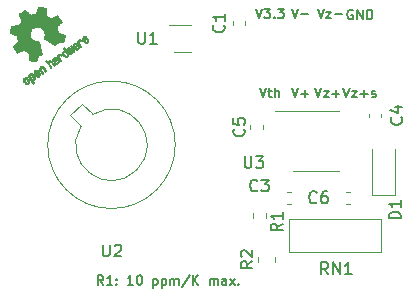
<source format=gbr>
G04 #@! TF.GenerationSoftware,KiCad,Pcbnew,(6.0.4)*
G04 #@! TF.CreationDate,2022-04-17T03:50:03+02:00*
G04 #@! TF.ProjectId,reference_board,72656665-7265-46e6-9365-5f626f617264,v3.4.0*
G04 #@! TF.SameCoordinates,Original*
G04 #@! TF.FileFunction,Legend,Top*
G04 #@! TF.FilePolarity,Positive*
%FSLAX46Y46*%
G04 Gerber Fmt 4.6, Leading zero omitted, Abs format (unit mm)*
G04 Created by KiCad (PCBNEW (6.0.4)) date 2022-04-17 03:50:03*
%MOMM*%
%LPD*%
G01*
G04 APERTURE LIST*
%ADD10C,0.150000*%
%ADD11C,0.120000*%
%ADD12C,0.010000*%
G04 APERTURE END LIST*
D10*
X126214285Y-57161904D02*
X126480952Y-57961904D01*
X126747619Y-57161904D01*
X126938095Y-57428571D02*
X127357142Y-57428571D01*
X126938095Y-57961904D01*
X127357142Y-57961904D01*
X127661904Y-57657142D02*
X128271428Y-57657142D01*
X127966666Y-57961904D02*
X127966666Y-57352380D01*
X129390476Y-50600000D02*
X129314285Y-50561904D01*
X129200000Y-50561904D01*
X129085714Y-50600000D01*
X129009523Y-50676190D01*
X128971428Y-50752380D01*
X128933333Y-50904761D01*
X128933333Y-51019047D01*
X128971428Y-51171428D01*
X129009523Y-51247619D01*
X129085714Y-51323809D01*
X129200000Y-51361904D01*
X129276190Y-51361904D01*
X129390476Y-51323809D01*
X129428571Y-51285714D01*
X129428571Y-51019047D01*
X129276190Y-51019047D01*
X129771428Y-51361904D02*
X129771428Y-50561904D01*
X130228571Y-51361904D01*
X130228571Y-50561904D01*
X130609523Y-51361904D02*
X130609523Y-50561904D01*
X130800000Y-50561904D01*
X130914285Y-50600000D01*
X130990476Y-50676190D01*
X131028571Y-50752380D01*
X131066666Y-50904761D01*
X131066666Y-51019047D01*
X131028571Y-51171428D01*
X130990476Y-51247619D01*
X130914285Y-51323809D01*
X130800000Y-51361904D01*
X130609523Y-51361904D01*
X121180952Y-50461904D02*
X121447619Y-51261904D01*
X121714285Y-50461904D01*
X121904761Y-50461904D02*
X122400000Y-50461904D01*
X122133333Y-50766666D01*
X122247619Y-50766666D01*
X122323809Y-50804761D01*
X122361904Y-50842857D01*
X122400000Y-50919047D01*
X122400000Y-51109523D01*
X122361904Y-51185714D01*
X122323809Y-51223809D01*
X122247619Y-51261904D01*
X122019047Y-51261904D01*
X121942857Y-51223809D01*
X121904761Y-51185714D01*
X122742857Y-51185714D02*
X122780952Y-51223809D01*
X122742857Y-51261904D01*
X122704761Y-51223809D01*
X122742857Y-51185714D01*
X122742857Y-51261904D01*
X123047619Y-50461904D02*
X123542857Y-50461904D01*
X123276190Y-50766666D01*
X123390476Y-50766666D01*
X123466666Y-50804761D01*
X123504761Y-50842857D01*
X123542857Y-50919047D01*
X123542857Y-51109523D01*
X123504761Y-51185714D01*
X123466666Y-51223809D01*
X123390476Y-51261904D01*
X123161904Y-51261904D01*
X123085714Y-51223809D01*
X123047619Y-51185714D01*
X128590476Y-57161904D02*
X128857142Y-57961904D01*
X129123809Y-57161904D01*
X129314285Y-57428571D02*
X129733333Y-57428571D01*
X129314285Y-57961904D01*
X129733333Y-57961904D01*
X130038095Y-57657142D02*
X130647619Y-57657142D01*
X130342857Y-57961904D02*
X130342857Y-57352380D01*
X130990476Y-57923809D02*
X131066666Y-57961904D01*
X131219047Y-57961904D01*
X131295238Y-57923809D01*
X131333333Y-57847619D01*
X131333333Y-57809523D01*
X131295238Y-57733333D01*
X131219047Y-57695238D01*
X131104761Y-57695238D01*
X131028571Y-57657142D01*
X130990476Y-57580952D01*
X130990476Y-57542857D01*
X131028571Y-57466666D01*
X131104761Y-57428571D01*
X131219047Y-57428571D01*
X131295238Y-57466666D01*
X124238095Y-57161904D02*
X124504761Y-57961904D01*
X124771428Y-57161904D01*
X125038095Y-57657142D02*
X125647619Y-57657142D01*
X125342857Y-57961904D02*
X125342857Y-57352380D01*
X121542857Y-57161904D02*
X121809523Y-57961904D01*
X122076190Y-57161904D01*
X122228571Y-57428571D02*
X122533333Y-57428571D01*
X122342857Y-57161904D02*
X122342857Y-57847619D01*
X122380952Y-57923809D01*
X122457142Y-57961904D01*
X122533333Y-57961904D01*
X122800000Y-57961904D02*
X122800000Y-57161904D01*
X123142857Y-57961904D02*
X123142857Y-57542857D01*
X123104761Y-57466666D01*
X123028571Y-57428571D01*
X122914285Y-57428571D01*
X122838095Y-57466666D01*
X122800000Y-57504761D01*
X108283452Y-73861904D02*
X108016785Y-73480952D01*
X107826309Y-73861904D02*
X107826309Y-73061904D01*
X108131071Y-73061904D01*
X108207261Y-73100000D01*
X108245357Y-73138095D01*
X108283452Y-73214285D01*
X108283452Y-73328571D01*
X108245357Y-73404761D01*
X108207261Y-73442857D01*
X108131071Y-73480952D01*
X107826309Y-73480952D01*
X109045357Y-73861904D02*
X108588214Y-73861904D01*
X108816785Y-73861904D02*
X108816785Y-73061904D01*
X108740595Y-73176190D01*
X108664404Y-73252380D01*
X108588214Y-73290476D01*
X109388214Y-73785714D02*
X109426309Y-73823809D01*
X109388214Y-73861904D01*
X109350119Y-73823809D01*
X109388214Y-73785714D01*
X109388214Y-73861904D01*
X109388214Y-73366666D02*
X109426309Y-73404761D01*
X109388214Y-73442857D01*
X109350119Y-73404761D01*
X109388214Y-73366666D01*
X109388214Y-73442857D01*
X110797738Y-73861904D02*
X110340595Y-73861904D01*
X110569166Y-73861904D02*
X110569166Y-73061904D01*
X110492976Y-73176190D01*
X110416785Y-73252380D01*
X110340595Y-73290476D01*
X111292976Y-73061904D02*
X111369166Y-73061904D01*
X111445357Y-73100000D01*
X111483452Y-73138095D01*
X111521547Y-73214285D01*
X111559642Y-73366666D01*
X111559642Y-73557142D01*
X111521547Y-73709523D01*
X111483452Y-73785714D01*
X111445357Y-73823809D01*
X111369166Y-73861904D01*
X111292976Y-73861904D01*
X111216785Y-73823809D01*
X111178690Y-73785714D01*
X111140595Y-73709523D01*
X111102500Y-73557142D01*
X111102500Y-73366666D01*
X111140595Y-73214285D01*
X111178690Y-73138095D01*
X111216785Y-73100000D01*
X111292976Y-73061904D01*
X112512023Y-73328571D02*
X112512023Y-74128571D01*
X112512023Y-73366666D02*
X112588214Y-73328571D01*
X112740595Y-73328571D01*
X112816785Y-73366666D01*
X112854880Y-73404761D01*
X112892976Y-73480952D01*
X112892976Y-73709523D01*
X112854880Y-73785714D01*
X112816785Y-73823809D01*
X112740595Y-73861904D01*
X112588214Y-73861904D01*
X112512023Y-73823809D01*
X113235833Y-73328571D02*
X113235833Y-74128571D01*
X113235833Y-73366666D02*
X113312023Y-73328571D01*
X113464404Y-73328571D01*
X113540595Y-73366666D01*
X113578690Y-73404761D01*
X113616785Y-73480952D01*
X113616785Y-73709523D01*
X113578690Y-73785714D01*
X113540595Y-73823809D01*
X113464404Y-73861904D01*
X113312023Y-73861904D01*
X113235833Y-73823809D01*
X113959642Y-73861904D02*
X113959642Y-73328571D01*
X113959642Y-73404761D02*
X113997738Y-73366666D01*
X114073928Y-73328571D01*
X114188214Y-73328571D01*
X114264404Y-73366666D01*
X114302500Y-73442857D01*
X114302500Y-73861904D01*
X114302500Y-73442857D02*
X114340595Y-73366666D01*
X114416785Y-73328571D01*
X114531071Y-73328571D01*
X114607261Y-73366666D01*
X114645357Y-73442857D01*
X114645357Y-73861904D01*
X115597738Y-73023809D02*
X114912023Y-74052380D01*
X115864404Y-73861904D02*
X115864404Y-73061904D01*
X116321547Y-73861904D02*
X115978690Y-73404761D01*
X116321547Y-73061904D02*
X115864404Y-73519047D01*
X117273928Y-73861904D02*
X117273928Y-73328571D01*
X117273928Y-73404761D02*
X117312023Y-73366666D01*
X117388214Y-73328571D01*
X117502500Y-73328571D01*
X117578690Y-73366666D01*
X117616785Y-73442857D01*
X117616785Y-73861904D01*
X117616785Y-73442857D02*
X117654880Y-73366666D01*
X117731071Y-73328571D01*
X117845357Y-73328571D01*
X117921547Y-73366666D01*
X117959642Y-73442857D01*
X117959642Y-73861904D01*
X118683452Y-73861904D02*
X118683452Y-73442857D01*
X118645357Y-73366666D01*
X118569166Y-73328571D01*
X118416785Y-73328571D01*
X118340595Y-73366666D01*
X118683452Y-73823809D02*
X118607261Y-73861904D01*
X118416785Y-73861904D01*
X118340595Y-73823809D01*
X118302500Y-73747619D01*
X118302500Y-73671428D01*
X118340595Y-73595238D01*
X118416785Y-73557142D01*
X118607261Y-73557142D01*
X118683452Y-73519047D01*
X118988214Y-73861904D02*
X119407261Y-73328571D01*
X118988214Y-73328571D02*
X119407261Y-73861904D01*
X119712023Y-73785714D02*
X119750119Y-73823809D01*
X119712023Y-73861904D01*
X119673928Y-73823809D01*
X119712023Y-73785714D01*
X119712023Y-73861904D01*
X126414285Y-50461904D02*
X126680952Y-51261904D01*
X126947619Y-50461904D01*
X127138095Y-50728571D02*
X127557142Y-50728571D01*
X127138095Y-51261904D01*
X127557142Y-51261904D01*
X127861904Y-50957142D02*
X128471428Y-50957142D01*
X124238095Y-50461904D02*
X124504761Y-51261904D01*
X124771428Y-50461904D01*
X125038095Y-50957142D02*
X125647619Y-50957142D01*
X120177142Y-60666666D02*
X120224761Y-60714285D01*
X120272380Y-60857142D01*
X120272380Y-60952380D01*
X120224761Y-61095238D01*
X120129523Y-61190476D01*
X120034285Y-61238095D01*
X119843809Y-61285714D01*
X119700952Y-61285714D01*
X119510476Y-61238095D01*
X119415238Y-61190476D01*
X119320000Y-61095238D01*
X119272380Y-60952380D01*
X119272380Y-60857142D01*
X119320000Y-60714285D01*
X119367619Y-60666666D01*
X119272380Y-59761904D02*
X119272380Y-60238095D01*
X119748571Y-60285714D01*
X119700952Y-60238095D01*
X119653333Y-60142857D01*
X119653333Y-59904761D01*
X119700952Y-59809523D01*
X119748571Y-59761904D01*
X119843809Y-59714285D01*
X120081904Y-59714285D01*
X120177142Y-59761904D01*
X120224761Y-59809523D01*
X120272380Y-59904761D01*
X120272380Y-60142857D01*
X120224761Y-60238095D01*
X120177142Y-60285714D01*
X126333333Y-66857142D02*
X126285714Y-66904761D01*
X126142857Y-66952380D01*
X126047619Y-66952380D01*
X125904761Y-66904761D01*
X125809523Y-66809523D01*
X125761904Y-66714285D01*
X125714285Y-66523809D01*
X125714285Y-66380952D01*
X125761904Y-66190476D01*
X125809523Y-66095238D01*
X125904761Y-66000000D01*
X126047619Y-65952380D01*
X126142857Y-65952380D01*
X126285714Y-66000000D01*
X126333333Y-66047619D01*
X127190476Y-65952380D02*
X127000000Y-65952380D01*
X126904761Y-66000000D01*
X126857142Y-66047619D01*
X126761904Y-66190476D01*
X126714285Y-66380952D01*
X126714285Y-66761904D01*
X126761904Y-66857142D01*
X126809523Y-66904761D01*
X126904761Y-66952380D01*
X127095238Y-66952380D01*
X127190476Y-66904761D01*
X127238095Y-66857142D01*
X127285714Y-66761904D01*
X127285714Y-66523809D01*
X127238095Y-66428571D01*
X127190476Y-66380952D01*
X127095238Y-66333333D01*
X126904761Y-66333333D01*
X126809523Y-66380952D01*
X126761904Y-66428571D01*
X126714285Y-66523809D01*
X111238095Y-52452380D02*
X111238095Y-53261904D01*
X111285714Y-53357142D01*
X111333333Y-53404761D01*
X111428571Y-53452380D01*
X111619047Y-53452380D01*
X111714285Y-53404761D01*
X111761904Y-53357142D01*
X111809523Y-53261904D01*
X111809523Y-52452380D01*
X112809523Y-53452380D02*
X112238095Y-53452380D01*
X112523809Y-53452380D02*
X112523809Y-52452380D01*
X112428571Y-52595238D01*
X112333333Y-52690476D01*
X112238095Y-52738095D01*
X127309523Y-72952380D02*
X126976190Y-72476190D01*
X126738095Y-72952380D02*
X126738095Y-71952380D01*
X127119047Y-71952380D01*
X127214285Y-72000000D01*
X127261904Y-72047619D01*
X127309523Y-72142857D01*
X127309523Y-72285714D01*
X127261904Y-72380952D01*
X127214285Y-72428571D01*
X127119047Y-72476190D01*
X126738095Y-72476190D01*
X127738095Y-72952380D02*
X127738095Y-71952380D01*
X128309523Y-72952380D01*
X128309523Y-71952380D01*
X129309523Y-72952380D02*
X128738095Y-72952380D01*
X129023809Y-72952380D02*
X129023809Y-71952380D01*
X128928571Y-72095238D01*
X128833333Y-72190476D01*
X128738095Y-72238095D01*
X118457142Y-51866666D02*
X118504761Y-51914285D01*
X118552380Y-52057142D01*
X118552380Y-52152380D01*
X118504761Y-52295238D01*
X118409523Y-52390476D01*
X118314285Y-52438095D01*
X118123809Y-52485714D01*
X117980952Y-52485714D01*
X117790476Y-52438095D01*
X117695238Y-52390476D01*
X117600000Y-52295238D01*
X117552380Y-52152380D01*
X117552380Y-52057142D01*
X117600000Y-51914285D01*
X117647619Y-51866666D01*
X118552380Y-50914285D02*
X118552380Y-51485714D01*
X118552380Y-51200000D02*
X117552380Y-51200000D01*
X117695238Y-51295238D01*
X117790476Y-51390476D01*
X117838095Y-51485714D01*
X133452380Y-68238095D02*
X132452380Y-68238095D01*
X132452380Y-68000000D01*
X132500000Y-67857142D01*
X132595238Y-67761904D01*
X132690476Y-67714285D01*
X132880952Y-67666666D01*
X133023809Y-67666666D01*
X133214285Y-67714285D01*
X133309523Y-67761904D01*
X133404761Y-67857142D01*
X133452380Y-68000000D01*
X133452380Y-68238095D01*
X133452380Y-66714285D02*
X133452380Y-67285714D01*
X133452380Y-67000000D02*
X132452380Y-67000000D01*
X132595238Y-67095238D01*
X132690476Y-67190476D01*
X132738095Y-67285714D01*
X133507142Y-59666666D02*
X133554761Y-59714285D01*
X133602380Y-59857142D01*
X133602380Y-59952380D01*
X133554761Y-60095238D01*
X133459523Y-60190476D01*
X133364285Y-60238095D01*
X133173809Y-60285714D01*
X133030952Y-60285714D01*
X132840476Y-60238095D01*
X132745238Y-60190476D01*
X132650000Y-60095238D01*
X132602380Y-59952380D01*
X132602380Y-59857142D01*
X132650000Y-59714285D01*
X132697619Y-59666666D01*
X132935714Y-58809523D02*
X133602380Y-58809523D01*
X132554761Y-59047619D02*
X133269047Y-59285714D01*
X133269047Y-58666666D01*
X108238095Y-70452380D02*
X108238095Y-71261904D01*
X108285714Y-71357142D01*
X108333333Y-71404761D01*
X108428571Y-71452380D01*
X108619047Y-71452380D01*
X108714285Y-71404761D01*
X108761904Y-71357142D01*
X108809523Y-71261904D01*
X108809523Y-70452380D01*
X109238095Y-70547619D02*
X109285714Y-70500000D01*
X109380952Y-70452380D01*
X109619047Y-70452380D01*
X109714285Y-70500000D01*
X109761904Y-70547619D01*
X109809523Y-70642857D01*
X109809523Y-70738095D01*
X109761904Y-70880952D01*
X109190476Y-71452380D01*
X109809523Y-71452380D01*
X123452380Y-68666666D02*
X122976190Y-69000000D01*
X123452380Y-69238095D02*
X122452380Y-69238095D01*
X122452380Y-68857142D01*
X122500000Y-68761904D01*
X122547619Y-68714285D01*
X122642857Y-68666666D01*
X122785714Y-68666666D01*
X122880952Y-68714285D01*
X122928571Y-68761904D01*
X122976190Y-68857142D01*
X122976190Y-69238095D01*
X123452380Y-67714285D02*
X123452380Y-68285714D01*
X123452380Y-68000000D02*
X122452380Y-68000000D01*
X122595238Y-68095238D01*
X122690476Y-68190476D01*
X122738095Y-68285714D01*
X121333333Y-65857142D02*
X121285714Y-65904761D01*
X121142857Y-65952380D01*
X121047619Y-65952380D01*
X120904761Y-65904761D01*
X120809523Y-65809523D01*
X120761904Y-65714285D01*
X120714285Y-65523809D01*
X120714285Y-65380952D01*
X120761904Y-65190476D01*
X120809523Y-65095238D01*
X120904761Y-65000000D01*
X121047619Y-64952380D01*
X121142857Y-64952380D01*
X121285714Y-65000000D01*
X121333333Y-65047619D01*
X121666666Y-64952380D02*
X122285714Y-64952380D01*
X121952380Y-65333333D01*
X122095238Y-65333333D01*
X122190476Y-65380952D01*
X122238095Y-65428571D01*
X122285714Y-65523809D01*
X122285714Y-65761904D01*
X122238095Y-65857142D01*
X122190476Y-65904761D01*
X122095238Y-65952380D01*
X121809523Y-65952380D01*
X121714285Y-65904761D01*
X121666666Y-65857142D01*
X120238095Y-62952380D02*
X120238095Y-63761904D01*
X120285714Y-63857142D01*
X120333333Y-63904761D01*
X120428571Y-63952380D01*
X120619047Y-63952380D01*
X120714285Y-63904761D01*
X120761904Y-63857142D01*
X120809523Y-63761904D01*
X120809523Y-62952380D01*
X121190476Y-62952380D02*
X121809523Y-62952380D01*
X121476190Y-63333333D01*
X121619047Y-63333333D01*
X121714285Y-63380952D01*
X121761904Y-63428571D01*
X121809523Y-63523809D01*
X121809523Y-63761904D01*
X121761904Y-63857142D01*
X121714285Y-63904761D01*
X121619047Y-63952380D01*
X121333333Y-63952380D01*
X121238095Y-63904761D01*
X121190476Y-63857142D01*
X120902380Y-71866666D02*
X120426190Y-72200000D01*
X120902380Y-72438095D02*
X119902380Y-72438095D01*
X119902380Y-72057142D01*
X119950000Y-71961904D01*
X119997619Y-71914285D01*
X120092857Y-71866666D01*
X120235714Y-71866666D01*
X120330952Y-71914285D01*
X120378571Y-71961904D01*
X120426190Y-72057142D01*
X120426190Y-72438095D01*
X119997619Y-71485714D02*
X119950000Y-71438095D01*
X119902380Y-71342857D01*
X119902380Y-71104761D01*
X119950000Y-71009523D01*
X119997619Y-70961904D01*
X120092857Y-70914285D01*
X120188095Y-70914285D01*
X120330952Y-70961904D01*
X120902380Y-71533333D01*
X120902380Y-70914285D01*
D11*
X121760000Y-60640580D02*
X121760000Y-60359420D01*
X120740000Y-60640580D02*
X120740000Y-60359420D01*
X129140580Y-65990000D02*
X128859420Y-65990000D01*
X129140580Y-67010000D02*
X128859420Y-67010000D01*
X115700000Y-51840000D02*
X113800000Y-51840000D01*
X114300000Y-54160000D02*
X115700000Y-54160000D01*
G36*
X103500611Y-54874464D02*
G01*
X103538122Y-54920620D01*
X103562176Y-54946454D01*
X103576468Y-54955062D01*
X103584695Y-54949539D01*
X103586282Y-54946206D01*
X103613725Y-54910901D01*
X103659697Y-54879650D01*
X103713758Y-54858335D01*
X103752765Y-54852420D01*
X103798510Y-54854571D01*
X103838387Y-54865333D01*
X103876378Y-54887884D01*
X103916472Y-54925403D01*
X103962650Y-54981065D01*
X104018900Y-55058049D01*
X104029416Y-55073009D01*
X104147253Y-55241257D01*
X104118950Y-55280527D01*
X104098574Y-55308027D01*
X104086879Y-55322379D01*
X104086476Y-55322717D01*
X104077189Y-55312512D01*
X104054313Y-55282444D01*
X104020788Y-55236514D01*
X103979554Y-55178724D01*
X103954719Y-55143424D01*
X103905742Y-55073830D01*
X103869906Y-55024465D01*
X103843859Y-54991670D01*
X103824242Y-54971792D01*
X103807703Y-54961172D01*
X103790886Y-54956152D01*
X103781513Y-54954627D01*
X103727916Y-54959564D01*
X103684992Y-54987178D01*
X103660041Y-55032214D01*
X103657707Y-55043800D01*
X103656218Y-55063556D01*
X103659516Y-55083443D01*
X103670044Y-55108166D01*
X103690245Y-55142429D01*
X103722561Y-55190935D01*
X103768405Y-55256913D01*
X103885686Y-55424408D01*
X103857383Y-55463678D01*
X103837007Y-55491178D01*
X103825312Y-55505530D01*
X103824909Y-55505868D01*
X103815844Y-55495257D01*
X103792379Y-55463853D01*
X103756699Y-55414688D01*
X103710985Y-55350794D01*
X103657420Y-55275205D01*
X103598188Y-55190953D01*
X103370383Y-54865613D01*
X103397610Y-54822257D01*
X103424839Y-54778901D01*
X103500611Y-54874464D01*
G37*
D12*
X103500611Y-54874464D02*
X103538122Y-54920620D01*
X103562176Y-54946454D01*
X103576468Y-54955062D01*
X103584695Y-54949539D01*
X103586282Y-54946206D01*
X103613725Y-54910901D01*
X103659697Y-54879650D01*
X103713758Y-54858335D01*
X103752765Y-54852420D01*
X103798510Y-54854571D01*
X103838387Y-54865333D01*
X103876378Y-54887884D01*
X103916472Y-54925403D01*
X103962650Y-54981065D01*
X104018900Y-55058049D01*
X104029416Y-55073009D01*
X104147253Y-55241257D01*
X104118950Y-55280527D01*
X104098574Y-55308027D01*
X104086879Y-55322379D01*
X104086476Y-55322717D01*
X104077189Y-55312512D01*
X104054313Y-55282444D01*
X104020788Y-55236514D01*
X103979554Y-55178724D01*
X103954719Y-55143424D01*
X103905742Y-55073830D01*
X103869906Y-55024465D01*
X103843859Y-54991670D01*
X103824242Y-54971792D01*
X103807703Y-54961172D01*
X103790886Y-54956152D01*
X103781513Y-54954627D01*
X103727916Y-54959564D01*
X103684992Y-54987178D01*
X103660041Y-55032214D01*
X103657707Y-55043800D01*
X103656218Y-55063556D01*
X103659516Y-55083443D01*
X103670044Y-55108166D01*
X103690245Y-55142429D01*
X103722561Y-55190935D01*
X103768405Y-55256913D01*
X103885686Y-55424408D01*
X103857383Y-55463678D01*
X103837007Y-55491178D01*
X103825312Y-55505530D01*
X103824909Y-55505868D01*
X103815844Y-55495257D01*
X103792379Y-55463853D01*
X103756699Y-55414688D01*
X103710985Y-55350794D01*
X103657420Y-55275205D01*
X103598188Y-55190953D01*
X103370383Y-54865613D01*
X103397610Y-54822257D01*
X103424839Y-54778901D01*
X103500611Y-54874464D01*
G36*
X103099491Y-55314249D02*
G01*
X103134963Y-55323615D01*
X103167982Y-55342323D01*
X103202488Y-55373681D01*
X103242425Y-55420996D01*
X103291732Y-55487575D01*
X103326088Y-55536197D01*
X103451785Y-55715710D01*
X103417117Y-55773743D01*
X103382447Y-55831776D01*
X103238829Y-55639320D01*
X103184956Y-55567610D01*
X103145058Y-55516115D01*
X103116092Y-55481541D01*
X103095008Y-55460590D01*
X103078760Y-55449966D01*
X103064302Y-55446371D01*
X103060337Y-55446179D01*
X103010490Y-55457892D01*
X102975429Y-55491618D01*
X102963432Y-55524365D01*
X102962003Y-55542617D01*
X102966041Y-55562429D01*
X102977973Y-55588396D01*
X103000226Y-55625111D01*
X103035231Y-55677169D01*
X103072560Y-55730828D01*
X103119566Y-55798026D01*
X103151711Y-55846382D01*
X103170315Y-55881147D01*
X103176704Y-55907577D01*
X103172198Y-55930928D01*
X103158121Y-55956451D01*
X103137134Y-55987425D01*
X103114186Y-56021214D01*
X102970145Y-55807579D01*
X102918376Y-55730455D01*
X102880766Y-55673008D01*
X102855072Y-55630964D01*
X102839055Y-55600046D01*
X102830474Y-55575980D01*
X102827086Y-55554491D01*
X102826627Y-55533759D01*
X102840537Y-55456766D01*
X102877795Y-55391787D01*
X102933816Y-55343245D01*
X103004014Y-55315564D01*
X103057623Y-55310918D01*
X103099491Y-55314249D01*
G37*
X103099491Y-55314249D02*
X103134963Y-55323615D01*
X103167982Y-55342323D01*
X103202488Y-55373681D01*
X103242425Y-55420996D01*
X103291732Y-55487575D01*
X103326088Y-55536197D01*
X103451785Y-55715710D01*
X103417117Y-55773743D01*
X103382447Y-55831776D01*
X103238829Y-55639320D01*
X103184956Y-55567610D01*
X103145058Y-55516115D01*
X103116092Y-55481541D01*
X103095008Y-55460590D01*
X103078760Y-55449966D01*
X103064302Y-55446371D01*
X103060337Y-55446179D01*
X103010490Y-55457892D01*
X102975429Y-55491618D01*
X102963432Y-55524365D01*
X102962003Y-55542617D01*
X102966041Y-55562429D01*
X102977973Y-55588396D01*
X103000226Y-55625111D01*
X103035231Y-55677169D01*
X103072560Y-55730828D01*
X103119566Y-55798026D01*
X103151711Y-55846382D01*
X103170315Y-55881147D01*
X103176704Y-55907577D01*
X103172198Y-55930928D01*
X103158121Y-55956451D01*
X103137134Y-55987425D01*
X103114186Y-56021214D01*
X102970145Y-55807579D01*
X102918376Y-55730455D01*
X102880766Y-55673008D01*
X102855072Y-55630964D01*
X102839055Y-55600046D01*
X102830474Y-55575980D01*
X102827086Y-55554491D01*
X102826627Y-55533759D01*
X102840537Y-55456766D01*
X102877795Y-55391787D01*
X102933816Y-55343245D01*
X103004014Y-55315564D01*
X103057623Y-55310918D01*
X103099491Y-55314249D01*
G36*
X104638824Y-54279918D02*
G01*
X104673312Y-54292749D01*
X104723850Y-54325218D01*
X104746516Y-54358413D01*
X104742439Y-54394266D01*
X104737830Y-54403104D01*
X104714769Y-54436747D01*
X104696688Y-54444925D01*
X104677473Y-54429001D01*
X104669573Y-54418305D01*
X104631616Y-54385182D01*
X104586173Y-54375237D01*
X104540807Y-54386832D01*
X104503083Y-54418323D01*
X104482866Y-54458840D01*
X104478918Y-54476640D01*
X104479683Y-54494346D01*
X104487367Y-54516541D01*
X104504173Y-54547809D01*
X104532309Y-54592734D01*
X104573979Y-54655897D01*
X104587272Y-54675826D01*
X104632645Y-54744077D01*
X104663878Y-54792604D01*
X104682997Y-54825792D01*
X104692034Y-54848026D01*
X104693014Y-54863691D01*
X104687967Y-54877170D01*
X104683809Y-54884476D01*
X104664442Y-54913061D01*
X104651216Y-54927282D01*
X104638294Y-54919768D01*
X104611632Y-54888368D01*
X104570941Y-54832707D01*
X104515933Y-54752406D01*
X104507576Y-54739931D01*
X104458440Y-54665934D01*
X104423372Y-54611334D01*
X104400037Y-54571576D01*
X104386098Y-54542111D01*
X104379216Y-54518385D01*
X104377056Y-54495847D01*
X104376995Y-54485584D01*
X104382984Y-54435791D01*
X104396981Y-54390522D01*
X104399280Y-54385816D01*
X104442774Y-54330917D01*
X104502423Y-54293193D01*
X104570386Y-54275305D01*
X104638824Y-54279918D01*
G37*
X104638824Y-54279918D02*
X104673312Y-54292749D01*
X104723850Y-54325218D01*
X104746516Y-54358413D01*
X104742439Y-54394266D01*
X104737830Y-54403104D01*
X104714769Y-54436747D01*
X104696688Y-54444925D01*
X104677473Y-54429001D01*
X104669573Y-54418305D01*
X104631616Y-54385182D01*
X104586173Y-54375237D01*
X104540807Y-54386832D01*
X104503083Y-54418323D01*
X104482866Y-54458840D01*
X104478918Y-54476640D01*
X104479683Y-54494346D01*
X104487367Y-54516541D01*
X104504173Y-54547809D01*
X104532309Y-54592734D01*
X104573979Y-54655897D01*
X104587272Y-54675826D01*
X104632645Y-54744077D01*
X104663878Y-54792604D01*
X104682997Y-54825792D01*
X104692034Y-54848026D01*
X104693014Y-54863691D01*
X104687967Y-54877170D01*
X104683809Y-54884476D01*
X104664442Y-54913061D01*
X104651216Y-54927282D01*
X104638294Y-54919768D01*
X104611632Y-54888368D01*
X104570941Y-54832707D01*
X104515933Y-54752406D01*
X104507576Y-54739931D01*
X104458440Y-54665934D01*
X104423372Y-54611334D01*
X104400037Y-54571576D01*
X104386098Y-54542111D01*
X104379216Y-54518385D01*
X104377056Y-54495847D01*
X104376995Y-54485584D01*
X104382984Y-54435791D01*
X104396981Y-54390522D01*
X104399280Y-54385816D01*
X104442774Y-54330917D01*
X104502423Y-54293193D01*
X104570386Y-54275305D01*
X104638824Y-54279918D01*
G36*
X102374399Y-55888796D02*
G01*
X102374337Y-55875476D01*
X102509715Y-55875476D01*
X102526402Y-55912419D01*
X102546242Y-55937598D01*
X102559707Y-55939571D01*
X102575912Y-55919693D01*
X102598301Y-55883852D01*
X102622041Y-55841952D01*
X102622612Y-55840883D01*
X102641682Y-55803866D01*
X102646378Y-55784786D01*
X102635612Y-55775769D01*
X102612811Y-55769981D01*
X102566014Y-55771268D01*
X102530460Y-55793851D01*
X102510307Y-55830872D01*
X102509715Y-55875476D01*
X102374337Y-55875476D01*
X102374120Y-55829284D01*
X102395901Y-55753697D01*
X102437056Y-55694947D01*
X102492532Y-55654196D01*
X102557275Y-55632597D01*
X102626230Y-55631308D01*
X102694346Y-55651489D01*
X102756567Y-55694292D01*
X102790814Y-55733885D01*
X102802781Y-55752034D01*
X102808162Y-55768578D01*
X102805270Y-55788799D01*
X102792420Y-55817984D01*
X102767923Y-55861414D01*
X102730094Y-55924374D01*
X102729901Y-55924692D01*
X102695533Y-55983292D01*
X102668453Y-56032919D01*
X102651350Y-56068390D01*
X102646914Y-56084520D01*
X102646960Y-56084593D01*
X102669589Y-56097109D01*
X102706033Y-56102852D01*
X102741591Y-56100474D01*
X102756347Y-56094616D01*
X102783601Y-56060060D01*
X102795124Y-56013243D01*
X102789613Y-55974498D01*
X102788811Y-55943653D01*
X102799341Y-55900512D01*
X102816956Y-55857279D01*
X102837410Y-55826154D01*
X102842904Y-55821383D01*
X102856715Y-55826906D01*
X102875364Y-55852683D01*
X102895063Y-55891254D01*
X102912026Y-55935156D01*
X102922465Y-55976926D01*
X102922722Y-55978651D01*
X102921874Y-56058278D01*
X102897906Y-56128817D01*
X102854399Y-56185667D01*
X102794932Y-56224222D01*
X102723087Y-56239882D01*
X102719472Y-56239977D01*
X102648023Y-56230969D01*
X102583091Y-56199409D01*
X102519598Y-56142586D01*
X102504094Y-56124987D01*
X102437207Y-56037508D01*
X102412310Y-55992307D01*
X102394492Y-55959955D01*
X102374399Y-55888796D01*
G37*
X102374399Y-55888796D02*
X102374337Y-55875476D01*
X102509715Y-55875476D01*
X102526402Y-55912419D01*
X102546242Y-55937598D01*
X102559707Y-55939571D01*
X102575912Y-55919693D01*
X102598301Y-55883852D01*
X102622041Y-55841952D01*
X102622612Y-55840883D01*
X102641682Y-55803866D01*
X102646378Y-55784786D01*
X102635612Y-55775769D01*
X102612811Y-55769981D01*
X102566014Y-55771268D01*
X102530460Y-55793851D01*
X102510307Y-55830872D01*
X102509715Y-55875476D01*
X102374337Y-55875476D01*
X102374120Y-55829284D01*
X102395901Y-55753697D01*
X102437056Y-55694947D01*
X102492532Y-55654196D01*
X102557275Y-55632597D01*
X102626230Y-55631308D01*
X102694346Y-55651489D01*
X102756567Y-55694292D01*
X102790814Y-55733885D01*
X102802781Y-55752034D01*
X102808162Y-55768578D01*
X102805270Y-55788799D01*
X102792420Y-55817984D01*
X102767923Y-55861414D01*
X102730094Y-55924374D01*
X102729901Y-55924692D01*
X102695533Y-55983292D01*
X102668453Y-56032919D01*
X102651350Y-56068390D01*
X102646914Y-56084520D01*
X102646960Y-56084593D01*
X102669589Y-56097109D01*
X102706033Y-56102852D01*
X102741591Y-56100474D01*
X102756347Y-56094616D01*
X102783601Y-56060060D01*
X102795124Y-56013243D01*
X102789613Y-55974498D01*
X102788811Y-55943653D01*
X102799341Y-55900512D01*
X102816956Y-55857279D01*
X102837410Y-55826154D01*
X102842904Y-55821383D01*
X102856715Y-55826906D01*
X102875364Y-55852683D01*
X102895063Y-55891254D01*
X102912026Y-55935156D01*
X102922465Y-55976926D01*
X102922722Y-55978651D01*
X102921874Y-56058278D01*
X102897906Y-56128817D01*
X102854399Y-56185667D01*
X102794932Y-56224222D01*
X102723087Y-56239882D01*
X102719472Y-56239977D01*
X102648023Y-56230969D01*
X102583091Y-56199409D01*
X102519598Y-56142586D01*
X102504094Y-56124987D01*
X102437207Y-56037508D01*
X102412310Y-55992307D01*
X102394492Y-55959955D01*
X102374399Y-55888796D01*
G36*
X101486376Y-56598428D02*
G01*
X101469679Y-56565914D01*
X101461475Y-56539125D01*
X101458840Y-56512188D01*
X101458732Y-56506912D01*
X101461594Y-56473395D01*
X101601351Y-56473395D01*
X101610572Y-56512543D01*
X101638562Y-56565101D01*
X101672963Y-56616752D01*
X101711647Y-56670527D01*
X101739582Y-56704628D01*
X101761591Y-56723878D01*
X101782495Y-56733102D01*
X101791190Y-56734988D01*
X101833876Y-56735402D01*
X101860846Y-56715136D01*
X101876422Y-56677943D01*
X101879894Y-56647450D01*
X101870514Y-56613060D01*
X101845707Y-56565840D01*
X101842548Y-56560520D01*
X101788495Y-56481313D01*
X101737766Y-56429898D01*
X101690746Y-56406538D01*
X101647818Y-56411498D01*
X101636061Y-56418362D01*
X101610110Y-56443416D01*
X101601351Y-56473395D01*
X101461594Y-56473395D01*
X101465282Y-56430192D01*
X101489674Y-56371237D01*
X101535513Y-56322518D01*
X101553349Y-56309216D01*
X101628615Y-56271526D01*
X101704860Y-56261807D01*
X101779006Y-56280167D01*
X101814843Y-56300256D01*
X101858085Y-56337816D01*
X101904177Y-56391257D01*
X101948682Y-56453644D01*
X101987166Y-56518041D01*
X102015189Y-56577514D01*
X102028316Y-56625126D01*
X102028745Y-56634609D01*
X102013685Y-56718181D01*
X101975595Y-56788589D01*
X101917980Y-56841732D01*
X101844343Y-56873504D01*
X101820863Y-56878081D01*
X101768816Y-56877964D01*
X101715437Y-56866864D01*
X101709656Y-56864764D01*
X101683978Y-56853112D01*
X101661324Y-56837300D01*
X101637143Y-56812535D01*
X101606878Y-56774027D01*
X101565978Y-56716987D01*
X101556942Y-56704105D01*
X101554099Y-56699982D01*
X101514488Y-56642534D01*
X101486376Y-56598428D01*
G37*
X101486376Y-56598428D02*
X101469679Y-56565914D01*
X101461475Y-56539125D01*
X101458840Y-56512188D01*
X101458732Y-56506912D01*
X101461594Y-56473395D01*
X101601351Y-56473395D01*
X101610572Y-56512543D01*
X101638562Y-56565101D01*
X101672963Y-56616752D01*
X101711647Y-56670527D01*
X101739582Y-56704628D01*
X101761591Y-56723878D01*
X101782495Y-56733102D01*
X101791190Y-56734988D01*
X101833876Y-56735402D01*
X101860846Y-56715136D01*
X101876422Y-56677943D01*
X101879894Y-56647450D01*
X101870514Y-56613060D01*
X101845707Y-56565840D01*
X101842548Y-56560520D01*
X101788495Y-56481313D01*
X101737766Y-56429898D01*
X101690746Y-56406538D01*
X101647818Y-56411498D01*
X101636061Y-56418362D01*
X101610110Y-56443416D01*
X101601351Y-56473395D01*
X101461594Y-56473395D01*
X101465282Y-56430192D01*
X101489674Y-56371237D01*
X101535513Y-56322518D01*
X101553349Y-56309216D01*
X101628615Y-56271526D01*
X101704860Y-56261807D01*
X101779006Y-56280167D01*
X101814843Y-56300256D01*
X101858085Y-56337816D01*
X101904177Y-56391257D01*
X101948682Y-56453644D01*
X101987166Y-56518041D01*
X102015189Y-56577514D01*
X102028316Y-56625126D01*
X102028745Y-56634609D01*
X102013685Y-56718181D01*
X101975595Y-56788589D01*
X101917980Y-56841732D01*
X101844343Y-56873504D01*
X101820863Y-56878081D01*
X101768816Y-56877964D01*
X101715437Y-56866864D01*
X101709656Y-56864764D01*
X101683978Y-56853112D01*
X101661324Y-56837300D01*
X101637143Y-56812535D01*
X101606878Y-56774027D01*
X101565978Y-56716987D01*
X101556942Y-56704105D01*
X101554099Y-56699982D01*
X101514488Y-56642534D01*
X101486376Y-56598428D01*
G36*
X106501352Y-53071308D02*
G01*
X106484637Y-53023574D01*
X106482614Y-52987553D01*
X106590457Y-52987553D01*
X106595395Y-53044240D01*
X106610349Y-53081508D01*
X106630317Y-53116344D01*
X106645420Y-53136141D01*
X106649831Y-53138026D01*
X106660351Y-53123903D01*
X106681418Y-53091269D01*
X106708859Y-53046630D01*
X106714528Y-53037196D01*
X106746581Y-52977031D01*
X106758430Y-52935581D01*
X106749867Y-52910524D01*
X106720687Y-52899535D01*
X106702258Y-52898556D01*
X106646251Y-52910006D01*
X106608196Y-52941240D01*
X106590457Y-52987553D01*
X106482614Y-52987553D01*
X106482272Y-52981470D01*
X106492623Y-52939630D01*
X106498969Y-52924007D01*
X106537978Y-52867579D01*
X106594802Y-52825958D01*
X106661479Y-52802416D01*
X106730047Y-52800222D01*
X106772007Y-52811858D01*
X106824952Y-52849214D01*
X106854051Y-52887733D01*
X106887817Y-52942839D01*
X106803301Y-53081513D01*
X106763128Y-53150255D01*
X106739761Y-53199287D01*
X106732924Y-53232372D01*
X106742345Y-53253271D01*
X106767746Y-53265745D01*
X106789502Y-53270570D01*
X106840496Y-53267030D01*
X106880582Y-53241215D01*
X106904646Y-53199296D01*
X106907579Y-53147443D01*
X106904026Y-53132345D01*
X106900778Y-53079696D01*
X106915732Y-53045817D01*
X106941921Y-53007455D01*
X106977590Y-53058396D01*
X106998715Y-53095264D01*
X107006856Y-53133128D01*
X107004519Y-53184784D01*
X107003733Y-53191834D01*
X106995901Y-53241819D01*
X106982417Y-53275143D01*
X106956671Y-53304157D01*
X106932738Y-53324513D01*
X106887328Y-53357207D01*
X106849364Y-53372430D01*
X106821087Y-53375366D01*
X106771673Y-53372880D01*
X106730686Y-53361472D01*
X106692973Y-53337438D01*
X106653382Y-53297074D01*
X106606762Y-53236675D01*
X106584342Y-53205150D01*
X106558531Y-53166610D01*
X106534043Y-53130045D01*
X106501352Y-53071308D01*
G37*
X106501352Y-53071308D02*
X106484637Y-53023574D01*
X106482614Y-52987553D01*
X106590457Y-52987553D01*
X106595395Y-53044240D01*
X106610349Y-53081508D01*
X106630317Y-53116344D01*
X106645420Y-53136141D01*
X106649831Y-53138026D01*
X106660351Y-53123903D01*
X106681418Y-53091269D01*
X106708859Y-53046630D01*
X106714528Y-53037196D01*
X106746581Y-52977031D01*
X106758430Y-52935581D01*
X106749867Y-52910524D01*
X106720687Y-52899535D01*
X106702258Y-52898556D01*
X106646251Y-52910006D01*
X106608196Y-52941240D01*
X106590457Y-52987553D01*
X106482614Y-52987553D01*
X106482272Y-52981470D01*
X106492623Y-52939630D01*
X106498969Y-52924007D01*
X106537978Y-52867579D01*
X106594802Y-52825958D01*
X106661479Y-52802416D01*
X106730047Y-52800222D01*
X106772007Y-52811858D01*
X106824952Y-52849214D01*
X106854051Y-52887733D01*
X106887817Y-52942839D01*
X106803301Y-53081513D01*
X106763128Y-53150255D01*
X106739761Y-53199287D01*
X106732924Y-53232372D01*
X106742345Y-53253271D01*
X106767746Y-53265745D01*
X106789502Y-53270570D01*
X106840496Y-53267030D01*
X106880582Y-53241215D01*
X106904646Y-53199296D01*
X106907579Y-53147443D01*
X106904026Y-53132345D01*
X106900778Y-53079696D01*
X106915732Y-53045817D01*
X106941921Y-53007455D01*
X106977590Y-53058396D01*
X106998715Y-53095264D01*
X107006856Y-53133128D01*
X107004519Y-53184784D01*
X107003733Y-53191834D01*
X106995901Y-53241819D01*
X106982417Y-53275143D01*
X106956671Y-53304157D01*
X106932738Y-53324513D01*
X106887328Y-53357207D01*
X106849364Y-53372430D01*
X106821087Y-53375366D01*
X106771673Y-53372880D01*
X106730686Y-53361472D01*
X106692973Y-53337438D01*
X106653382Y-53297074D01*
X106606762Y-53236675D01*
X106584342Y-53205150D01*
X106558531Y-53166610D01*
X106534043Y-53130045D01*
X106501352Y-53071308D01*
G36*
X105531397Y-53583573D02*
G01*
X105555114Y-53613583D01*
X105589824Y-53660128D01*
X105632778Y-53719527D01*
X105677165Y-53782294D01*
X105826375Y-53995389D01*
X105815096Y-54059358D01*
X105805402Y-54100696D01*
X105789217Y-54126024D01*
X105757694Y-54147212D01*
X105744286Y-54154345D01*
X105702611Y-54176967D01*
X105668922Y-54196798D01*
X105660978Y-54202013D01*
X105635813Y-54221905D01*
X105600973Y-54252000D01*
X105587692Y-54263994D01*
X105553921Y-54291808D01*
X105525657Y-54302547D01*
X105488718Y-54300465D01*
X105474215Y-54298045D01*
X105410246Y-54286766D01*
X105131147Y-53888171D01*
X105151769Y-53853169D01*
X105170689Y-53824691D01*
X105183440Y-53810430D01*
X105195269Y-53818999D01*
X105221046Y-53848032D01*
X105258085Y-53894209D01*
X105303693Y-53954206D01*
X105341350Y-54005508D01*
X105488209Y-54208323D01*
X105519399Y-54192464D01*
X105543245Y-54171586D01*
X105549532Y-54153645D01*
X105541174Y-54134187D01*
X105518862Y-54095897D01*
X105485563Y-54043527D01*
X105444246Y-53981830D01*
X105422516Y-53950408D01*
X105296556Y-53770131D01*
X105324859Y-53730861D01*
X105345146Y-53703430D01*
X105356662Y-53689197D01*
X105357051Y-53688866D01*
X105366374Y-53699104D01*
X105389807Y-53729186D01*
X105424532Y-53775373D01*
X105467733Y-53833929D01*
X105507801Y-53888958D01*
X105654661Y-54091772D01*
X105725998Y-54041821D01*
X105598256Y-53852421D01*
X105470515Y-53663020D01*
X105492699Y-53620685D01*
X105509729Y-53590358D01*
X105521002Y-53574112D01*
X105521419Y-53573775D01*
X105531397Y-53583573D01*
G37*
X105531397Y-53583573D02*
X105555114Y-53613583D01*
X105589824Y-53660128D01*
X105632778Y-53719527D01*
X105677165Y-53782294D01*
X105826375Y-53995389D01*
X105815096Y-54059358D01*
X105805402Y-54100696D01*
X105789217Y-54126024D01*
X105757694Y-54147212D01*
X105744286Y-54154345D01*
X105702611Y-54176967D01*
X105668922Y-54196798D01*
X105660978Y-54202013D01*
X105635813Y-54221905D01*
X105600973Y-54252000D01*
X105587692Y-54263994D01*
X105553921Y-54291808D01*
X105525657Y-54302547D01*
X105488718Y-54300465D01*
X105474215Y-54298045D01*
X105410246Y-54286766D01*
X105131147Y-53888171D01*
X105151769Y-53853169D01*
X105170689Y-53824691D01*
X105183440Y-53810430D01*
X105195269Y-53818999D01*
X105221046Y-53848032D01*
X105258085Y-53894209D01*
X105303693Y-53954206D01*
X105341350Y-54005508D01*
X105488209Y-54208323D01*
X105519399Y-54192464D01*
X105543245Y-54171586D01*
X105549532Y-54153645D01*
X105541174Y-54134187D01*
X105518862Y-54095897D01*
X105485563Y-54043527D01*
X105444246Y-53981830D01*
X105422516Y-53950408D01*
X105296556Y-53770131D01*
X105324859Y-53730861D01*
X105345146Y-53703430D01*
X105356662Y-53689197D01*
X105357051Y-53688866D01*
X105366374Y-53699104D01*
X105389807Y-53729186D01*
X105424532Y-53775373D01*
X105467733Y-53833929D01*
X105507801Y-53888958D01*
X105654661Y-54091772D01*
X105725998Y-54041821D01*
X105598256Y-53852421D01*
X105470515Y-53663020D01*
X105492699Y-53620685D01*
X105509729Y-53590358D01*
X105521002Y-53574112D01*
X105521419Y-53573775D01*
X105531397Y-53583573D01*
G36*
X105914305Y-53363940D02*
G01*
X105948765Y-53371252D01*
X105981415Y-53388951D01*
X106016064Y-53420163D01*
X106056524Y-53468018D01*
X106106605Y-53535643D01*
X106138571Y-53580884D01*
X106262523Y-53757906D01*
X106241901Y-53792909D01*
X106225111Y-53819695D01*
X106215894Y-53831682D01*
X106205897Y-53822215D01*
X106183241Y-53793677D01*
X106151680Y-53750939D01*
X106127259Y-53716559D01*
X106091312Y-53667354D01*
X106060889Y-53629654D01*
X106039968Y-53608172D01*
X106033228Y-53605214D01*
X106015849Y-53625224D01*
X105992233Y-53661870D01*
X105966756Y-53706972D01*
X105943795Y-53752347D01*
X105927726Y-53789812D01*
X105922927Y-53811186D01*
X105922966Y-53811353D01*
X105939769Y-53832924D01*
X105964950Y-53847114D01*
X105995054Y-53851882D01*
X106025329Y-53839329D01*
X106047259Y-53822966D01*
X106078640Y-53800252D01*
X106100499Y-53796023D01*
X106124254Y-53808659D01*
X106128109Y-53811479D01*
X106152058Y-53836452D01*
X106152370Y-53861579D01*
X106127819Y-53890848D01*
X106096218Y-53915209D01*
X106029683Y-53945238D01*
X105988156Y-53950666D01*
X105924490Y-53939689D01*
X105872527Y-53907879D01*
X105836883Y-53860779D01*
X105822172Y-53803932D01*
X105827731Y-53757964D01*
X105841951Y-53724450D01*
X105867685Y-53676607D01*
X105899792Y-53623881D01*
X105905341Y-53615374D01*
X105940498Y-53557298D01*
X105955970Y-53516974D01*
X105951628Y-53490698D01*
X105927339Y-53474764D01*
X105900115Y-53468078D01*
X105849466Y-53471837D01*
X105809011Y-53497786D01*
X105784414Y-53539440D01*
X105781343Y-53590317D01*
X105783842Y-53601138D01*
X105785725Y-53646057D01*
X105772886Y-53689373D01*
X105749569Y-53733869D01*
X105712039Y-53680270D01*
X105691259Y-53646015D01*
X105682411Y-53613745D01*
X105683581Y-53571884D01*
X105688364Y-53536925D01*
X105697864Y-53485511D01*
X105710289Y-53452766D01*
X105731237Y-53428453D01*
X105759328Y-53407189D01*
X105829087Y-53372285D01*
X105874224Y-53363886D01*
X105914305Y-53363940D01*
G37*
X105914305Y-53363940D02*
X105948765Y-53371252D01*
X105981415Y-53388951D01*
X106016064Y-53420163D01*
X106056524Y-53468018D01*
X106106605Y-53535643D01*
X106138571Y-53580884D01*
X106262523Y-53757906D01*
X106241901Y-53792909D01*
X106225111Y-53819695D01*
X106215894Y-53831682D01*
X106205897Y-53822215D01*
X106183241Y-53793677D01*
X106151680Y-53750939D01*
X106127259Y-53716559D01*
X106091312Y-53667354D01*
X106060889Y-53629654D01*
X106039968Y-53608172D01*
X106033228Y-53605214D01*
X106015849Y-53625224D01*
X105992233Y-53661870D01*
X105966756Y-53706972D01*
X105943795Y-53752347D01*
X105927726Y-53789812D01*
X105922927Y-53811186D01*
X105922966Y-53811353D01*
X105939769Y-53832924D01*
X105964950Y-53847114D01*
X105995054Y-53851882D01*
X106025329Y-53839329D01*
X106047259Y-53822966D01*
X106078640Y-53800252D01*
X106100499Y-53796023D01*
X106124254Y-53808659D01*
X106128109Y-53811479D01*
X106152058Y-53836452D01*
X106152370Y-53861579D01*
X106127819Y-53890848D01*
X106096218Y-53915209D01*
X106029683Y-53945238D01*
X105988156Y-53950666D01*
X105924490Y-53939689D01*
X105872527Y-53907879D01*
X105836883Y-53860779D01*
X105822172Y-53803932D01*
X105827731Y-53757964D01*
X105841951Y-53724450D01*
X105867685Y-53676607D01*
X105899792Y-53623881D01*
X105905341Y-53615374D01*
X105940498Y-53557298D01*
X105955970Y-53516974D01*
X105951628Y-53490698D01*
X105927339Y-53474764D01*
X105900115Y-53468078D01*
X105849466Y-53471837D01*
X105809011Y-53497786D01*
X105784414Y-53539440D01*
X105781343Y-53590317D01*
X105783842Y-53601138D01*
X105785725Y-53646057D01*
X105772886Y-53689373D01*
X105749569Y-53733869D01*
X105712039Y-53680270D01*
X105691259Y-53646015D01*
X105682411Y-53613745D01*
X105683581Y-53571884D01*
X105688364Y-53536925D01*
X105697864Y-53485511D01*
X105710289Y-53452766D01*
X105731237Y-53428453D01*
X105759328Y-53407189D01*
X105829087Y-53372285D01*
X105874224Y-53363886D01*
X105914305Y-53363940D01*
G36*
X106317666Y-53082420D02*
G01*
X106373869Y-53100953D01*
X106420833Y-53129845D01*
X106438062Y-53148236D01*
X106448251Y-53183620D01*
X106437350Y-53213752D01*
X106420730Y-53239012D01*
X106411368Y-53248077D01*
X106397675Y-53239447D01*
X106368914Y-53219943D01*
X106356051Y-53211037D01*
X106302004Y-53186917D01*
X106251383Y-53191456D01*
X106205540Y-53224507D01*
X106202683Y-53227724D01*
X106186174Y-53256746D01*
X106184001Y-53292310D01*
X106197341Y-53337774D01*
X106227377Y-53396494D01*
X106275286Y-53471827D01*
X106302202Y-53510915D01*
X106344960Y-53572301D01*
X106373222Y-53614769D01*
X106389175Y-53643154D01*
X106395008Y-53662294D01*
X106392908Y-53677024D01*
X106385062Y-53692181D01*
X106384575Y-53693008D01*
X106367784Y-53719794D01*
X106358568Y-53731781D01*
X106348891Y-53721826D01*
X106325608Y-53691881D01*
X106291612Y-53645845D01*
X106249798Y-53587608D01*
X106219569Y-53544731D01*
X106162047Y-53461077D01*
X106120640Y-53396053D01*
X106093734Y-53345297D01*
X106079718Y-53304453D01*
X106076980Y-53269157D01*
X106083909Y-53235053D01*
X106094729Y-53207059D01*
X106131049Y-53154455D01*
X106185297Y-53110341D01*
X106246377Y-53083047D01*
X106264936Y-53079307D01*
X106317666Y-53082420D01*
G37*
X106317666Y-53082420D02*
X106373869Y-53100953D01*
X106420833Y-53129845D01*
X106438062Y-53148236D01*
X106448251Y-53183620D01*
X106437350Y-53213752D01*
X106420730Y-53239012D01*
X106411368Y-53248077D01*
X106397675Y-53239447D01*
X106368914Y-53219943D01*
X106356051Y-53211037D01*
X106302004Y-53186917D01*
X106251383Y-53191456D01*
X106205540Y-53224507D01*
X106202683Y-53227724D01*
X106186174Y-53256746D01*
X106184001Y-53292310D01*
X106197341Y-53337774D01*
X106227377Y-53396494D01*
X106275286Y-53471827D01*
X106302202Y-53510915D01*
X106344960Y-53572301D01*
X106373222Y-53614769D01*
X106389175Y-53643154D01*
X106395008Y-53662294D01*
X106392908Y-53677024D01*
X106385062Y-53692181D01*
X106384575Y-53693008D01*
X106367784Y-53719794D01*
X106358568Y-53731781D01*
X106348891Y-53721826D01*
X106325608Y-53691881D01*
X106291612Y-53645845D01*
X106249798Y-53587608D01*
X106219569Y-53544731D01*
X106162047Y-53461077D01*
X106120640Y-53396053D01*
X106093734Y-53345297D01*
X106079718Y-53304453D01*
X106076980Y-53269157D01*
X106083909Y-53235053D01*
X106094729Y-53207059D01*
X106131049Y-53154455D01*
X106185297Y-53110341D01*
X106246377Y-53083047D01*
X106264936Y-53079307D01*
X106317666Y-53082420D01*
G36*
X102881766Y-50319893D02*
G01*
X102969562Y-50332223D01*
X103060682Y-50346942D01*
X103149314Y-50362260D01*
X103229275Y-50376879D01*
X103295703Y-50389847D01*
X103343729Y-50400209D01*
X103368491Y-50407011D01*
X103369573Y-50407495D01*
X103378840Y-50417573D01*
X103385963Y-50439639D01*
X103391276Y-50477114D01*
X103395116Y-50533415D01*
X103397820Y-50611961D01*
X103399694Y-50714201D01*
X103401001Y-50804429D01*
X103402298Y-50885268D01*
X103403497Y-50952030D01*
X103404515Y-51000031D01*
X103405266Y-51024582D01*
X103405371Y-51026210D01*
X103418006Y-51041390D01*
X103450158Y-51065578D01*
X103495646Y-51094272D01*
X103510804Y-51102994D01*
X103577778Y-51142239D01*
X103651973Y-51188026D01*
X103714674Y-51228692D01*
X103760715Y-51259222D01*
X103796272Y-51282025D01*
X103815581Y-51293435D01*
X103817428Y-51294062D01*
X103832894Y-51286416D01*
X103869922Y-51269207D01*
X103923550Y-51244670D01*
X103988818Y-51215036D01*
X104060763Y-51182542D01*
X104134422Y-51149418D01*
X104204837Y-51117899D01*
X104267042Y-51090217D01*
X104316078Y-51068606D01*
X104346982Y-51055298D01*
X104354708Y-51052244D01*
X104364279Y-51051357D01*
X104375610Y-51056554D01*
X104391017Y-51070645D01*
X104412816Y-51096443D01*
X104443320Y-51136759D01*
X104484844Y-51194403D01*
X104539703Y-51272189D01*
X104562095Y-51304139D01*
X104744095Y-51564062D01*
X104690302Y-51620088D01*
X104660253Y-51651086D01*
X104615259Y-51697123D01*
X104560799Y-51752612D01*
X104502353Y-51811963D01*
X104486182Y-51828346D01*
X104432690Y-51883745D01*
X104387035Y-51933355D01*
X104352979Y-51972913D01*
X104334280Y-51998149D01*
X104331916Y-52003424D01*
X104333977Y-52027612D01*
X104342999Y-52070961D01*
X104357157Y-52124961D01*
X104360477Y-52136404D01*
X104379781Y-52208247D01*
X104399212Y-52290955D01*
X104414580Y-52366684D01*
X104414644Y-52367040D01*
X104436310Y-52487544D01*
X104717253Y-52594213D01*
X104998196Y-52700880D01*
X104945133Y-53003292D01*
X104928480Y-53093897D01*
X104912160Y-53174918D01*
X104897176Y-53241932D01*
X104884538Y-53290518D01*
X104875251Y-53316259D01*
X104873196Y-53318919D01*
X104853247Y-53323275D01*
X104809198Y-53327395D01*
X104745980Y-53330995D01*
X104668523Y-53333792D01*
X104583841Y-53335481D01*
X104497758Y-53336998D01*
X104421599Y-53339197D01*
X104360151Y-53341868D01*
X104318204Y-53344806D01*
X104300591Y-53347769D01*
X104288196Y-53364376D01*
X104267446Y-53399796D01*
X104242605Y-53446704D01*
X104240043Y-53451778D01*
X104206221Y-53514420D01*
X104179454Y-53552270D01*
X104157319Y-53567972D01*
X104137391Y-53564174D01*
X104137207Y-53564054D01*
X104121538Y-53554003D01*
X104084277Y-53530188D01*
X104028311Y-53494452D01*
X103956525Y-53448634D01*
X103871806Y-53394580D01*
X103777039Y-53334129D01*
X103685277Y-53275607D01*
X103584168Y-53210916D01*
X103490811Y-53150774D01*
X103408045Y-53097041D01*
X103338706Y-53051576D01*
X103285635Y-53016239D01*
X103251670Y-52992893D01*
X103239763Y-52983640D01*
X103239418Y-52963704D01*
X103248206Y-52925393D01*
X103263415Y-52879289D01*
X103301483Y-52740508D01*
X103312031Y-52604599D01*
X103295481Y-52473976D01*
X103252254Y-52351049D01*
X103182771Y-52238230D01*
X103143114Y-52191471D01*
X103045180Y-52105419D01*
X102937479Y-52044283D01*
X102823346Y-52007079D01*
X102706114Y-51992816D01*
X102589115Y-52000509D01*
X102475686Y-52029170D01*
X102369156Y-52077810D01*
X102272863Y-52145444D01*
X102190138Y-52231083D01*
X102124314Y-52333740D01*
X102078726Y-52452428D01*
X102065739Y-52510594D01*
X102055815Y-52643549D01*
X102072382Y-52769647D01*
X102113230Y-52886421D01*
X102176154Y-52991400D01*
X102258947Y-53082115D01*
X102359404Y-53156098D01*
X102475317Y-53210879D01*
X102604482Y-53243990D01*
X102729375Y-53253228D01*
X102779840Y-53254851D01*
X102818169Y-53259823D01*
X102835537Y-53266713D01*
X102840891Y-53283739D01*
X102851676Y-53325820D01*
X102867116Y-53389649D01*
X102886434Y-53471926D01*
X102908854Y-53569345D01*
X102933598Y-53678604D01*
X102957426Y-53785283D01*
X102983481Y-53902645D01*
X103007639Y-54011388D01*
X103029158Y-54108172D01*
X103047295Y-54189657D01*
X103061305Y-54252501D01*
X103070444Y-54293362D01*
X103073894Y-54308594D01*
X103070880Y-54328631D01*
X103048732Y-54344087D01*
X103004162Y-54356321D01*
X102933878Y-54366695D01*
X102933312Y-54366761D01*
X102879972Y-54373969D01*
X102837985Y-54381413D01*
X102815696Y-54387591D01*
X102814867Y-54388084D01*
X102805917Y-54403916D01*
X102788732Y-54442546D01*
X102765147Y-54499545D01*
X102736996Y-54570484D01*
X102706443Y-54650050D01*
X102675184Y-54730838D01*
X102646136Y-54802401D01*
X102621251Y-54860204D01*
X102602477Y-54899711D01*
X102591913Y-54916291D01*
X102572542Y-54917786D01*
X102529147Y-54914440D01*
X102466228Y-54906820D01*
X102388280Y-54895490D01*
X102299803Y-54881014D01*
X102270614Y-54875919D01*
X101968187Y-54822333D01*
X101964449Y-54529031D01*
X101962871Y-54439263D01*
X101960639Y-54359267D01*
X101957949Y-54293633D01*
X101954995Y-54246949D01*
X101951975Y-54223802D01*
X101951389Y-54222414D01*
X101935536Y-54209703D01*
X101900485Y-54186348D01*
X101852176Y-54156215D01*
X101819243Y-54136457D01*
X101756763Y-54098226D01*
X101695284Y-54058452D01*
X101644910Y-54023745D01*
X101630142Y-54012769D01*
X101589891Y-53984023D01*
X101556026Y-53963748D01*
X101540965Y-53957669D01*
X101520186Y-53962043D01*
X101478492Y-53976814D01*
X101421184Y-53999905D01*
X101353556Y-54029240D01*
X101323600Y-54042810D01*
X101247715Y-54077533D01*
X101174849Y-54110726D01*
X101112126Y-54139155D01*
X101066673Y-54159582D01*
X101058089Y-54163392D01*
X100987043Y-54194778D01*
X100805043Y-53934855D01*
X100745337Y-53849289D01*
X100700634Y-53784221D01*
X100669083Y-53736516D01*
X100648833Y-53703037D01*
X100638035Y-53680647D01*
X100634839Y-53666209D01*
X100637393Y-53656588D01*
X100639269Y-53653822D01*
X100652278Y-53639563D01*
X100681534Y-53608801D01*
X100723245Y-53565433D01*
X100773613Y-53513359D01*
X100828844Y-53456479D01*
X100885140Y-53398689D01*
X100938708Y-53343891D01*
X100985750Y-53295981D01*
X101022473Y-53258859D01*
X101045081Y-53236423D01*
X101050265Y-53231651D01*
X101048267Y-53217768D01*
X101040611Y-53182416D01*
X101028771Y-53132269D01*
X101023980Y-53112737D01*
X101006486Y-53036561D01*
X100988908Y-52951177D01*
X100975590Y-52878170D01*
X100964677Y-52822858D01*
X100952790Y-52779452D01*
X100942050Y-52755292D01*
X100939394Y-52752905D01*
X100921216Y-52745589D01*
X100880265Y-52729682D01*
X100820919Y-52706864D01*
X100747558Y-52678819D01*
X100664558Y-52647229D01*
X100648160Y-52641002D01*
X100551467Y-52603793D01*
X100479087Y-52574583D01*
X100427905Y-52551876D01*
X100394803Y-52534178D01*
X100376663Y-52519992D01*
X100370368Y-52507824D01*
X100370357Y-52507727D01*
X100371882Y-52484888D01*
X100378103Y-52438440D01*
X100388254Y-52373285D01*
X100401566Y-52294324D01*
X100417272Y-52206458D01*
X100419085Y-52196609D01*
X100440110Y-52087634D01*
X100457994Y-52005906D01*
X100473150Y-51949856D01*
X100485991Y-51917921D01*
X100495003Y-51908649D01*
X100516257Y-51906685D01*
X100561788Y-51904645D01*
X100626845Y-51902669D01*
X100706676Y-51900894D01*
X100796531Y-51899460D01*
X100817560Y-51899200D01*
X101116270Y-51895700D01*
X101178529Y-51790379D01*
X101217126Y-51727380D01*
X101259701Y-51661390D01*
X101297361Y-51606174D01*
X101299059Y-51603798D01*
X101328851Y-51561085D01*
X101351048Y-51527064D01*
X101360869Y-51509066D01*
X101360880Y-51509027D01*
X101356209Y-51492194D01*
X101341096Y-51453338D01*
X101317346Y-51396749D01*
X101286765Y-51326724D01*
X101251158Y-51247553D01*
X101248123Y-51240902D01*
X101211075Y-51159585D01*
X101177583Y-51085675D01*
X101149764Y-51023876D01*
X101129737Y-50978894D01*
X101119618Y-50955433D01*
X101119473Y-50955069D01*
X101115944Y-50944546D01*
X101116343Y-50934455D01*
X101123462Y-50922395D01*
X101140093Y-50905965D01*
X101169025Y-50882762D01*
X101213051Y-50850384D01*
X101274961Y-50806432D01*
X101357545Y-50748502D01*
X101368240Y-50741013D01*
X101453394Y-50681463D01*
X101517980Y-50636765D01*
X101565212Y-50605114D01*
X101598300Y-50584710D01*
X101620455Y-50573754D01*
X101634890Y-50570442D01*
X101644815Y-50572974D01*
X101653441Y-50579547D01*
X101654471Y-50580459D01*
X101672415Y-50597359D01*
X101707321Y-50631053D01*
X101755491Y-50677944D01*
X101813227Y-50734431D01*
X101876834Y-50796916D01*
X101879065Y-50799112D01*
X101941688Y-50860144D01*
X101997712Y-50913581D01*
X102043721Y-50956259D01*
X102076296Y-50985011D01*
X102092023Y-50996673D01*
X102092454Y-50996773D01*
X102112601Y-50993737D01*
X102152084Y-50984541D01*
X102202377Y-50971172D01*
X102202655Y-50971094D01*
X102266343Y-50954742D01*
X102342688Y-50937263D01*
X102415715Y-50922303D01*
X102419207Y-50921647D01*
X102539469Y-50899165D01*
X102644923Y-50619666D01*
X102677458Y-50534190D01*
X102707279Y-50457259D01*
X102732630Y-50393290D01*
X102751755Y-50346702D01*
X102762899Y-50321911D01*
X102764123Y-50319794D01*
X102780658Y-50313825D01*
X102819335Y-50313809D01*
X102881766Y-50319893D01*
G37*
X102881766Y-50319893D02*
X102969562Y-50332223D01*
X103060682Y-50346942D01*
X103149314Y-50362260D01*
X103229275Y-50376879D01*
X103295703Y-50389847D01*
X103343729Y-50400209D01*
X103368491Y-50407011D01*
X103369573Y-50407495D01*
X103378840Y-50417573D01*
X103385963Y-50439639D01*
X103391276Y-50477114D01*
X103395116Y-50533415D01*
X103397820Y-50611961D01*
X103399694Y-50714201D01*
X103401001Y-50804429D01*
X103402298Y-50885268D01*
X103403497Y-50952030D01*
X103404515Y-51000031D01*
X103405266Y-51024582D01*
X103405371Y-51026210D01*
X103418006Y-51041390D01*
X103450158Y-51065578D01*
X103495646Y-51094272D01*
X103510804Y-51102994D01*
X103577778Y-51142239D01*
X103651973Y-51188026D01*
X103714674Y-51228692D01*
X103760715Y-51259222D01*
X103796272Y-51282025D01*
X103815581Y-51293435D01*
X103817428Y-51294062D01*
X103832894Y-51286416D01*
X103869922Y-51269207D01*
X103923550Y-51244670D01*
X103988818Y-51215036D01*
X104060763Y-51182542D01*
X104134422Y-51149418D01*
X104204837Y-51117899D01*
X104267042Y-51090217D01*
X104316078Y-51068606D01*
X104346982Y-51055298D01*
X104354708Y-51052244D01*
X104364279Y-51051357D01*
X104375610Y-51056554D01*
X104391017Y-51070645D01*
X104412816Y-51096443D01*
X104443320Y-51136759D01*
X104484844Y-51194403D01*
X104539703Y-51272189D01*
X104562095Y-51304139D01*
X104744095Y-51564062D01*
X104690302Y-51620088D01*
X104660253Y-51651086D01*
X104615259Y-51697123D01*
X104560799Y-51752612D01*
X104502353Y-51811963D01*
X104486182Y-51828346D01*
X104432690Y-51883745D01*
X104387035Y-51933355D01*
X104352979Y-51972913D01*
X104334280Y-51998149D01*
X104331916Y-52003424D01*
X104333977Y-52027612D01*
X104342999Y-52070961D01*
X104357157Y-52124961D01*
X104360477Y-52136404D01*
X104379781Y-52208247D01*
X104399212Y-52290955D01*
X104414580Y-52366684D01*
X104414644Y-52367040D01*
X104436310Y-52487544D01*
X104717253Y-52594213D01*
X104998196Y-52700880D01*
X104945133Y-53003292D01*
X104928480Y-53093897D01*
X104912160Y-53174918D01*
X104897176Y-53241932D01*
X104884538Y-53290518D01*
X104875251Y-53316259D01*
X104873196Y-53318919D01*
X104853247Y-53323275D01*
X104809198Y-53327395D01*
X104745980Y-53330995D01*
X104668523Y-53333792D01*
X104583841Y-53335481D01*
X104497758Y-53336998D01*
X104421599Y-53339197D01*
X104360151Y-53341868D01*
X104318204Y-53344806D01*
X104300591Y-53347769D01*
X104288196Y-53364376D01*
X104267446Y-53399796D01*
X104242605Y-53446704D01*
X104240043Y-53451778D01*
X104206221Y-53514420D01*
X104179454Y-53552270D01*
X104157319Y-53567972D01*
X104137391Y-53564174D01*
X104137207Y-53564054D01*
X104121538Y-53554003D01*
X104084277Y-53530188D01*
X104028311Y-53494452D01*
X103956525Y-53448634D01*
X103871806Y-53394580D01*
X103777039Y-53334129D01*
X103685277Y-53275607D01*
X103584168Y-53210916D01*
X103490811Y-53150774D01*
X103408045Y-53097041D01*
X103338706Y-53051576D01*
X103285635Y-53016239D01*
X103251670Y-52992893D01*
X103239763Y-52983640D01*
X103239418Y-52963704D01*
X103248206Y-52925393D01*
X103263415Y-52879289D01*
X103301483Y-52740508D01*
X103312031Y-52604599D01*
X103295481Y-52473976D01*
X103252254Y-52351049D01*
X103182771Y-52238230D01*
X103143114Y-52191471D01*
X103045180Y-52105419D01*
X102937479Y-52044283D01*
X102823346Y-52007079D01*
X102706114Y-51992816D01*
X102589115Y-52000509D01*
X102475686Y-52029170D01*
X102369156Y-52077810D01*
X102272863Y-52145444D01*
X102190138Y-52231083D01*
X102124314Y-52333740D01*
X102078726Y-52452428D01*
X102065739Y-52510594D01*
X102055815Y-52643549D01*
X102072382Y-52769647D01*
X102113230Y-52886421D01*
X102176154Y-52991400D01*
X102258947Y-53082115D01*
X102359404Y-53156098D01*
X102475317Y-53210879D01*
X102604482Y-53243990D01*
X102729375Y-53253228D01*
X102779840Y-53254851D01*
X102818169Y-53259823D01*
X102835537Y-53266713D01*
X102840891Y-53283739D01*
X102851676Y-53325820D01*
X102867116Y-53389649D01*
X102886434Y-53471926D01*
X102908854Y-53569345D01*
X102933598Y-53678604D01*
X102957426Y-53785283D01*
X102983481Y-53902645D01*
X103007639Y-54011388D01*
X103029158Y-54108172D01*
X103047295Y-54189657D01*
X103061305Y-54252501D01*
X103070444Y-54293362D01*
X103073894Y-54308594D01*
X103070880Y-54328631D01*
X103048732Y-54344087D01*
X103004162Y-54356321D01*
X102933878Y-54366695D01*
X102933312Y-54366761D01*
X102879972Y-54373969D01*
X102837985Y-54381413D01*
X102815696Y-54387591D01*
X102814867Y-54388084D01*
X102805917Y-54403916D01*
X102788732Y-54442546D01*
X102765147Y-54499545D01*
X102736996Y-54570484D01*
X102706443Y-54650050D01*
X102675184Y-54730838D01*
X102646136Y-54802401D01*
X102621251Y-54860204D01*
X102602477Y-54899711D01*
X102591913Y-54916291D01*
X102572542Y-54917786D01*
X102529147Y-54914440D01*
X102466228Y-54906820D01*
X102388280Y-54895490D01*
X102299803Y-54881014D01*
X102270614Y-54875919D01*
X101968187Y-54822333D01*
X101964449Y-54529031D01*
X101962871Y-54439263D01*
X101960639Y-54359267D01*
X101957949Y-54293633D01*
X101954995Y-54246949D01*
X101951975Y-54223802D01*
X101951389Y-54222414D01*
X101935536Y-54209703D01*
X101900485Y-54186348D01*
X101852176Y-54156215D01*
X101819243Y-54136457D01*
X101756763Y-54098226D01*
X101695284Y-54058452D01*
X101644910Y-54023745D01*
X101630142Y-54012769D01*
X101589891Y-53984023D01*
X101556026Y-53963748D01*
X101540965Y-53957669D01*
X101520186Y-53962043D01*
X101478492Y-53976814D01*
X101421184Y-53999905D01*
X101353556Y-54029240D01*
X101323600Y-54042810D01*
X101247715Y-54077533D01*
X101174849Y-54110726D01*
X101112126Y-54139155D01*
X101066673Y-54159582D01*
X101058089Y-54163392D01*
X100987043Y-54194778D01*
X100805043Y-53934855D01*
X100745337Y-53849289D01*
X100700634Y-53784221D01*
X100669083Y-53736516D01*
X100648833Y-53703037D01*
X100638035Y-53680647D01*
X100634839Y-53666209D01*
X100637393Y-53656588D01*
X100639269Y-53653822D01*
X100652278Y-53639563D01*
X100681534Y-53608801D01*
X100723245Y-53565433D01*
X100773613Y-53513359D01*
X100828844Y-53456479D01*
X100885140Y-53398689D01*
X100938708Y-53343891D01*
X100985750Y-53295981D01*
X101022473Y-53258859D01*
X101045081Y-53236423D01*
X101050265Y-53231651D01*
X101048267Y-53217768D01*
X101040611Y-53182416D01*
X101028771Y-53132269D01*
X101023980Y-53112737D01*
X101006486Y-53036561D01*
X100988908Y-52951177D01*
X100975590Y-52878170D01*
X100964677Y-52822858D01*
X100952790Y-52779452D01*
X100942050Y-52755292D01*
X100939394Y-52752905D01*
X100921216Y-52745589D01*
X100880265Y-52729682D01*
X100820919Y-52706864D01*
X100747558Y-52678819D01*
X100664558Y-52647229D01*
X100648160Y-52641002D01*
X100551467Y-52603793D01*
X100479087Y-52574583D01*
X100427905Y-52551876D01*
X100394803Y-52534178D01*
X100376663Y-52519992D01*
X100370368Y-52507824D01*
X100370357Y-52507727D01*
X100371882Y-52484888D01*
X100378103Y-52438440D01*
X100388254Y-52373285D01*
X100401566Y-52294324D01*
X100417272Y-52206458D01*
X100419085Y-52196609D01*
X100440110Y-52087634D01*
X100457994Y-52005906D01*
X100473150Y-51949856D01*
X100485991Y-51917921D01*
X100495003Y-51908649D01*
X100516257Y-51906685D01*
X100561788Y-51904645D01*
X100626845Y-51902669D01*
X100706676Y-51900894D01*
X100796531Y-51899460D01*
X100817560Y-51899200D01*
X101116270Y-51895700D01*
X101178529Y-51790379D01*
X101217126Y-51727380D01*
X101259701Y-51661390D01*
X101297361Y-51606174D01*
X101299059Y-51603798D01*
X101328851Y-51561085D01*
X101351048Y-51527064D01*
X101360869Y-51509066D01*
X101360880Y-51509027D01*
X101356209Y-51492194D01*
X101341096Y-51453338D01*
X101317346Y-51396749D01*
X101286765Y-51326724D01*
X101251158Y-51247553D01*
X101248123Y-51240902D01*
X101211075Y-51159585D01*
X101177583Y-51085675D01*
X101149764Y-51023876D01*
X101129737Y-50978894D01*
X101119618Y-50955433D01*
X101119473Y-50955069D01*
X101115944Y-50944546D01*
X101116343Y-50934455D01*
X101123462Y-50922395D01*
X101140093Y-50905965D01*
X101169025Y-50882762D01*
X101213051Y-50850384D01*
X101274961Y-50806432D01*
X101357545Y-50748502D01*
X101368240Y-50741013D01*
X101453394Y-50681463D01*
X101517980Y-50636765D01*
X101565212Y-50605114D01*
X101598300Y-50584710D01*
X101620455Y-50573754D01*
X101634890Y-50570442D01*
X101644815Y-50572974D01*
X101653441Y-50579547D01*
X101654471Y-50580459D01*
X101672415Y-50597359D01*
X101707321Y-50631053D01*
X101755491Y-50677944D01*
X101813227Y-50734431D01*
X101876834Y-50796916D01*
X101879065Y-50799112D01*
X101941688Y-50860144D01*
X101997712Y-50913581D01*
X102043721Y-50956259D01*
X102076296Y-50985011D01*
X102092023Y-50996673D01*
X102092454Y-50996773D01*
X102112601Y-50993737D01*
X102152084Y-50984541D01*
X102202377Y-50971172D01*
X102202655Y-50971094D01*
X102266343Y-50954742D01*
X102342688Y-50937263D01*
X102415715Y-50922303D01*
X102419207Y-50921647D01*
X102539469Y-50899165D01*
X102644923Y-50619666D01*
X102677458Y-50534190D01*
X102707279Y-50457259D01*
X102732630Y-50393290D01*
X102751755Y-50346702D01*
X102762899Y-50321911D01*
X102764123Y-50319794D01*
X102780658Y-50313825D01*
X102819335Y-50313809D01*
X102881766Y-50319893D01*
G36*
X101966490Y-56313733D02*
G01*
X101941589Y-56273335D01*
X101925503Y-56243497D01*
X101916330Y-56220875D01*
X101912167Y-56202128D01*
X101911112Y-56183909D01*
X101911127Y-56176766D01*
X101913680Y-56161743D01*
X102058021Y-56161743D01*
X102069857Y-56207963D01*
X102102911Y-56268014D01*
X102123849Y-56299099D01*
X102159993Y-56349352D01*
X102186077Y-56380527D01*
X102207856Y-56397885D01*
X102231087Y-56406688D01*
X102244607Y-56409448D01*
X102293206Y-56411196D01*
X102322719Y-56393443D01*
X102337879Y-56353282D01*
X102338102Y-56352036D01*
X102339190Y-56328441D01*
X102331797Y-56302584D01*
X102312968Y-56267978D01*
X102279748Y-56218130D01*
X102272159Y-56207248D01*
X102222093Y-56141555D01*
X102180397Y-56100910D01*
X102144286Y-56083560D01*
X102110976Y-56087752D01*
X102096014Y-56096300D01*
X102066905Y-56125730D01*
X102058021Y-56161743D01*
X101913680Y-56161743D01*
X101924126Y-56100282D01*
X101962641Y-56035109D01*
X102022953Y-55982227D01*
X102085045Y-55949435D01*
X102146332Y-55940276D01*
X102215629Y-55953906D01*
X102237489Y-55961621D01*
X102263672Y-55973412D01*
X102286849Y-55989901D01*
X102311832Y-56016076D01*
X102343428Y-56056922D01*
X102382929Y-56112396D01*
X102434462Y-56190236D01*
X102467724Y-56252484D01*
X102484420Y-56304608D01*
X102486259Y-56352076D01*
X102474948Y-56400355D01*
X102473847Y-56403515D01*
X102455496Y-56440807D01*
X102425252Y-56474078D01*
X102380962Y-56508071D01*
X102306684Y-56560081D01*
X102357143Y-56632210D01*
X102384571Y-56672853D01*
X102396853Y-56699358D01*
X102395738Y-56721193D01*
X102382977Y-56747825D01*
X102379614Y-56753795D01*
X102363889Y-56781749D01*
X102350578Y-56801771D01*
X102337376Y-56811939D01*
X102321977Y-56810333D01*
X102302075Y-56795031D01*
X102275366Y-56764112D01*
X102239543Y-56715656D01*
X102192300Y-56647740D01*
X102131334Y-56558444D01*
X102113112Y-56531724D01*
X102050349Y-56439584D01*
X102009578Y-56379113D01*
X102002109Y-56368035D01*
X101966490Y-56313733D01*
G37*
X101966490Y-56313733D02*
X101941589Y-56273335D01*
X101925503Y-56243497D01*
X101916330Y-56220875D01*
X101912167Y-56202128D01*
X101911112Y-56183909D01*
X101911127Y-56176766D01*
X101913680Y-56161743D01*
X102058021Y-56161743D01*
X102069857Y-56207963D01*
X102102911Y-56268014D01*
X102123849Y-56299099D01*
X102159993Y-56349352D01*
X102186077Y-56380527D01*
X102207856Y-56397885D01*
X102231087Y-56406688D01*
X102244607Y-56409448D01*
X102293206Y-56411196D01*
X102322719Y-56393443D01*
X102337879Y-56353282D01*
X102338102Y-56352036D01*
X102339190Y-56328441D01*
X102331797Y-56302584D01*
X102312968Y-56267978D01*
X102279748Y-56218130D01*
X102272159Y-56207248D01*
X102222093Y-56141555D01*
X102180397Y-56100910D01*
X102144286Y-56083560D01*
X102110976Y-56087752D01*
X102096014Y-56096300D01*
X102066905Y-56125730D01*
X102058021Y-56161743D01*
X101913680Y-56161743D01*
X101924126Y-56100282D01*
X101962641Y-56035109D01*
X102022953Y-55982227D01*
X102085045Y-55949435D01*
X102146332Y-55940276D01*
X102215629Y-55953906D01*
X102237489Y-55961621D01*
X102263672Y-55973412D01*
X102286849Y-55989901D01*
X102311832Y-56016076D01*
X102343428Y-56056922D01*
X102382929Y-56112396D01*
X102434462Y-56190236D01*
X102467724Y-56252484D01*
X102484420Y-56304608D01*
X102486259Y-56352076D01*
X102474948Y-56400355D01*
X102473847Y-56403515D01*
X102455496Y-56440807D01*
X102425252Y-56474078D01*
X102380962Y-56508071D01*
X102306684Y-56560081D01*
X102357143Y-56632210D01*
X102384571Y-56672853D01*
X102396853Y-56699358D01*
X102395738Y-56721193D01*
X102382977Y-56747825D01*
X102379614Y-56753795D01*
X102363889Y-56781749D01*
X102350578Y-56801771D01*
X102337376Y-56811939D01*
X102321977Y-56810333D01*
X102302075Y-56795031D01*
X102275366Y-56764112D01*
X102239543Y-56715656D01*
X102192300Y-56647740D01*
X102131334Y-56558444D01*
X102113112Y-56531724D01*
X102050349Y-56439584D01*
X102009578Y-56379113D01*
X102002109Y-56368035D01*
X101966490Y-56313733D01*
G36*
X104204712Y-54561013D02*
G01*
X104243336Y-54570900D01*
X104280909Y-54592720D01*
X104321421Y-54629548D01*
X104368859Y-54684458D01*
X104427211Y-54760526D01*
X104435337Y-54771495D01*
X104557656Y-54937037D01*
X104534581Y-54981073D01*
X104517258Y-55012041D01*
X104505649Y-55029098D01*
X104504970Y-55029684D01*
X104494496Y-55020547D01*
X104471448Y-54992254D01*
X104439613Y-54949632D01*
X104414623Y-54914565D01*
X104374609Y-54857432D01*
X104346871Y-54823379D01*
X104325783Y-54812640D01*
X104305713Y-54825448D01*
X104281032Y-54862038D01*
X104246748Y-54921537D01*
X104223127Y-54967556D01*
X104215870Y-54998212D01*
X104223301Y-55020884D01*
X104223941Y-55021815D01*
X104255852Y-55047491D01*
X104295722Y-55045515D01*
X104339851Y-55018372D01*
X104370060Y-54996568D01*
X104392304Y-54994091D01*
X104417119Y-55008174D01*
X104441726Y-55031025D01*
X104444088Y-55052113D01*
X104442484Y-55056490D01*
X104419123Y-55085920D01*
X104378679Y-55116090D01*
X104332062Y-55140068D01*
X104294474Y-55150553D01*
X104228012Y-55144349D01*
X104169824Y-55111676D01*
X104138183Y-55076474D01*
X104117456Y-55039251D01*
X104110571Y-55001841D01*
X104118605Y-54958707D01*
X104142634Y-54904315D01*
X104183734Y-54833129D01*
X104186325Y-54828917D01*
X104223514Y-54765032D01*
X104242853Y-54720452D01*
X104244287Y-54691556D01*
X104227767Y-54674717D01*
X104193238Y-54666313D01*
X104183968Y-54665306D01*
X104131811Y-54672755D01*
X104092496Y-54701508D01*
X104071147Y-54744960D01*
X104072890Y-54796506D01*
X104075615Y-54804957D01*
X104078360Y-54853267D01*
X104063264Y-54888033D01*
X104036263Y-54930917D01*
X104007114Y-54889288D01*
X103976385Y-54820629D01*
X103972074Y-54740934D01*
X103977053Y-54709778D01*
X104001236Y-54657329D01*
X104045658Y-54610149D01*
X104101586Y-54575343D01*
X104160286Y-54560022D01*
X104161052Y-54559982D01*
X104204712Y-54561013D01*
G37*
X104204712Y-54561013D02*
X104243336Y-54570900D01*
X104280909Y-54592720D01*
X104321421Y-54629548D01*
X104368859Y-54684458D01*
X104427211Y-54760526D01*
X104435337Y-54771495D01*
X104557656Y-54937037D01*
X104534581Y-54981073D01*
X104517258Y-55012041D01*
X104505649Y-55029098D01*
X104504970Y-55029684D01*
X104494496Y-55020547D01*
X104471448Y-54992254D01*
X104439613Y-54949632D01*
X104414623Y-54914565D01*
X104374609Y-54857432D01*
X104346871Y-54823379D01*
X104325783Y-54812640D01*
X104305713Y-54825448D01*
X104281032Y-54862038D01*
X104246748Y-54921537D01*
X104223127Y-54967556D01*
X104215870Y-54998212D01*
X104223301Y-55020884D01*
X104223941Y-55021815D01*
X104255852Y-55047491D01*
X104295722Y-55045515D01*
X104339851Y-55018372D01*
X104370060Y-54996568D01*
X104392304Y-54994091D01*
X104417119Y-55008174D01*
X104441726Y-55031025D01*
X104444088Y-55052113D01*
X104442484Y-55056490D01*
X104419123Y-55085920D01*
X104378679Y-55116090D01*
X104332062Y-55140068D01*
X104294474Y-55150553D01*
X104228012Y-55144349D01*
X104169824Y-55111676D01*
X104138183Y-55076474D01*
X104117456Y-55039251D01*
X104110571Y-55001841D01*
X104118605Y-54958707D01*
X104142634Y-54904315D01*
X104183734Y-54833129D01*
X104186325Y-54828917D01*
X104223514Y-54765032D01*
X104242853Y-54720452D01*
X104244287Y-54691556D01*
X104227767Y-54674717D01*
X104193238Y-54666313D01*
X104183968Y-54665306D01*
X104131811Y-54672755D01*
X104092496Y-54701508D01*
X104071147Y-54744960D01*
X104072890Y-54796506D01*
X104075615Y-54804957D01*
X104078360Y-54853267D01*
X104063264Y-54888033D01*
X104036263Y-54930917D01*
X104007114Y-54889288D01*
X103976385Y-54820629D01*
X103972074Y-54740934D01*
X103977053Y-54709778D01*
X104001236Y-54657329D01*
X104045658Y-54610149D01*
X104101586Y-54575343D01*
X104160286Y-54560022D01*
X104161052Y-54559982D01*
X104204712Y-54561013D01*
G36*
X104791634Y-54261998D02*
G01*
X104780467Y-54207008D01*
X104879863Y-54207008D01*
X104883740Y-54229857D01*
X104897265Y-54258468D01*
X104923259Y-54299279D01*
X104951414Y-54340023D01*
X104989148Y-54392834D01*
X105016116Y-54426400D01*
X105037584Y-54445681D01*
X105058816Y-54455635D01*
X105079047Y-54460189D01*
X105134429Y-54457547D01*
X105177113Y-54430747D01*
X105201909Y-54383215D01*
X105203021Y-54378348D01*
X105205975Y-54355012D01*
X105202204Y-54332350D01*
X105188906Y-54304005D01*
X105163275Y-54263617D01*
X105133255Y-54220145D01*
X105094579Y-54166207D01*
X105066661Y-54131705D01*
X105044494Y-54111706D01*
X105023070Y-54101272D01*
X105008955Y-54097646D01*
X104956861Y-54100052D01*
X104913376Y-54126405D01*
X104885932Y-54171643D01*
X104882816Y-54183487D01*
X104879863Y-54207008D01*
X104780467Y-54207008D01*
X104780459Y-54206970D01*
X104786087Y-54154006D01*
X104796605Y-54121516D01*
X104824425Y-54074891D01*
X104865532Y-54033508D01*
X104910831Y-54005162D01*
X104941685Y-53997164D01*
X104953102Y-53993040D01*
X104952689Y-53978893D01*
X104938958Y-53949819D01*
X104914633Y-53907921D01*
X104887478Y-53861302D01*
X104874041Y-53831222D01*
X104872740Y-53809553D01*
X104881995Y-53788160D01*
X104889110Y-53776576D01*
X104916416Y-53733333D01*
X105109527Y-54009219D01*
X105171598Y-54098185D01*
X105218878Y-54166953D01*
X105253414Y-54218968D01*
X105277253Y-54257676D01*
X105292441Y-54286526D01*
X105301024Y-54308965D01*
X105305050Y-54328440D01*
X105306145Y-54340397D01*
X105298129Y-54415016D01*
X105267181Y-54479941D01*
X105217745Y-54530076D01*
X105154272Y-54560326D01*
X105108462Y-54566895D01*
X105052220Y-54562150D01*
X105002697Y-54542933D01*
X104954934Y-54505800D01*
X104903973Y-54447302D01*
X104870558Y-54401604D01*
X104868353Y-54398183D01*
X104821153Y-54324930D01*
X104791634Y-54261998D01*
G37*
X104791634Y-54261998D02*
X104780467Y-54207008D01*
X104879863Y-54207008D01*
X104883740Y-54229857D01*
X104897265Y-54258468D01*
X104923259Y-54299279D01*
X104951414Y-54340023D01*
X104989148Y-54392834D01*
X105016116Y-54426400D01*
X105037584Y-54445681D01*
X105058816Y-54455635D01*
X105079047Y-54460189D01*
X105134429Y-54457547D01*
X105177113Y-54430747D01*
X105201909Y-54383215D01*
X105203021Y-54378348D01*
X105205975Y-54355012D01*
X105202204Y-54332350D01*
X105188906Y-54304005D01*
X105163275Y-54263617D01*
X105133255Y-54220145D01*
X105094579Y-54166207D01*
X105066661Y-54131705D01*
X105044494Y-54111706D01*
X105023070Y-54101272D01*
X105008955Y-54097646D01*
X104956861Y-54100052D01*
X104913376Y-54126405D01*
X104885932Y-54171643D01*
X104882816Y-54183487D01*
X104879863Y-54207008D01*
X104780467Y-54207008D01*
X104780459Y-54206970D01*
X104786087Y-54154006D01*
X104796605Y-54121516D01*
X104824425Y-54074891D01*
X104865532Y-54033508D01*
X104910831Y-54005162D01*
X104941685Y-53997164D01*
X104953102Y-53993040D01*
X104952689Y-53978893D01*
X104938958Y-53949819D01*
X104914633Y-53907921D01*
X104887478Y-53861302D01*
X104874041Y-53831222D01*
X104872740Y-53809553D01*
X104881995Y-53788160D01*
X104889110Y-53776576D01*
X104916416Y-53733333D01*
X105109527Y-54009219D01*
X105171598Y-54098185D01*
X105218878Y-54166953D01*
X105253414Y-54218968D01*
X105277253Y-54257676D01*
X105292441Y-54286526D01*
X105301024Y-54308965D01*
X105305050Y-54328440D01*
X105306145Y-54340397D01*
X105298129Y-54415016D01*
X105267181Y-54479941D01*
X105217745Y-54530076D01*
X105154272Y-54560326D01*
X105108462Y-54566895D01*
X105052220Y-54562150D01*
X105002697Y-54542933D01*
X104954934Y-54505800D01*
X104903973Y-54447302D01*
X104870558Y-54401604D01*
X104868353Y-54398183D01*
X104821153Y-54324930D01*
X104791634Y-54261998D01*
D11*
X131800000Y-68300000D02*
X124000000Y-68300000D01*
X131800000Y-71100000D02*
X131800000Y-68300000D01*
X124000000Y-68300000D02*
X124000000Y-71100000D01*
X124000000Y-71100000D02*
X131800000Y-71100000D01*
X119290000Y-51840580D02*
X119290000Y-51559420D01*
X120310000Y-51840580D02*
X120310000Y-51559420D01*
X131000000Y-66250000D02*
X133000000Y-66250000D01*
X131000000Y-66250000D02*
X131000000Y-62350000D01*
X133000000Y-66250000D02*
X133000000Y-62350000D01*
X131760000Y-59640580D02*
X131760000Y-59359420D01*
X130740000Y-59640580D02*
X130740000Y-59359420D01*
X107387669Y-59427719D02*
X106475501Y-58515552D01*
X105485552Y-59505501D02*
X106397719Y-60417669D01*
X106475501Y-58515552D02*
X105485552Y-59505501D01*
X106397850Y-60417456D02*
G75*
G03*
X107387669Y-59427719I2572150J-1582544D01*
G01*
X114370000Y-62000000D02*
G75*
G03*
X114370000Y-62000000I-5400000J0D01*
G01*
X122022500Y-68237258D02*
X122022500Y-67762742D01*
X120977500Y-68237258D02*
X120977500Y-67762742D01*
X123859420Y-67010000D02*
X124140580Y-67010000D01*
X123859420Y-65990000D02*
X124140580Y-65990000D01*
X126300000Y-64260000D02*
X128250000Y-64260000D01*
X126300000Y-64260000D02*
X124350000Y-64260000D01*
X126300000Y-59140000D02*
X128250000Y-59140000D01*
X126300000Y-59140000D02*
X122850000Y-59140000D01*
X121365000Y-71927064D02*
X121365000Y-71472936D01*
X122835000Y-71927064D02*
X122835000Y-71472936D01*
M02*

</source>
